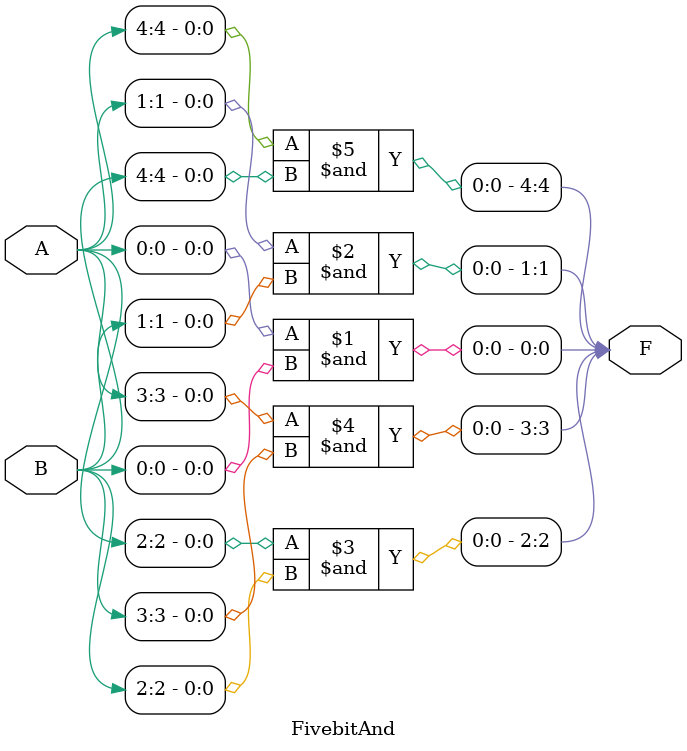
<source format=v>
module FivebitAnd(F,A,B);

	input [4:0] A,B;
	output[4:0] F;
	
	and and1(F[0],A[0],B[0]);
	and and2(F[1],A[1],B[1]);
	and and3(F[2],A[2],B[2]);
	and and4(F[3],A[3],B[3]);
	and and5(F[4],A[4],B[4]);
	
endmodule

</source>
